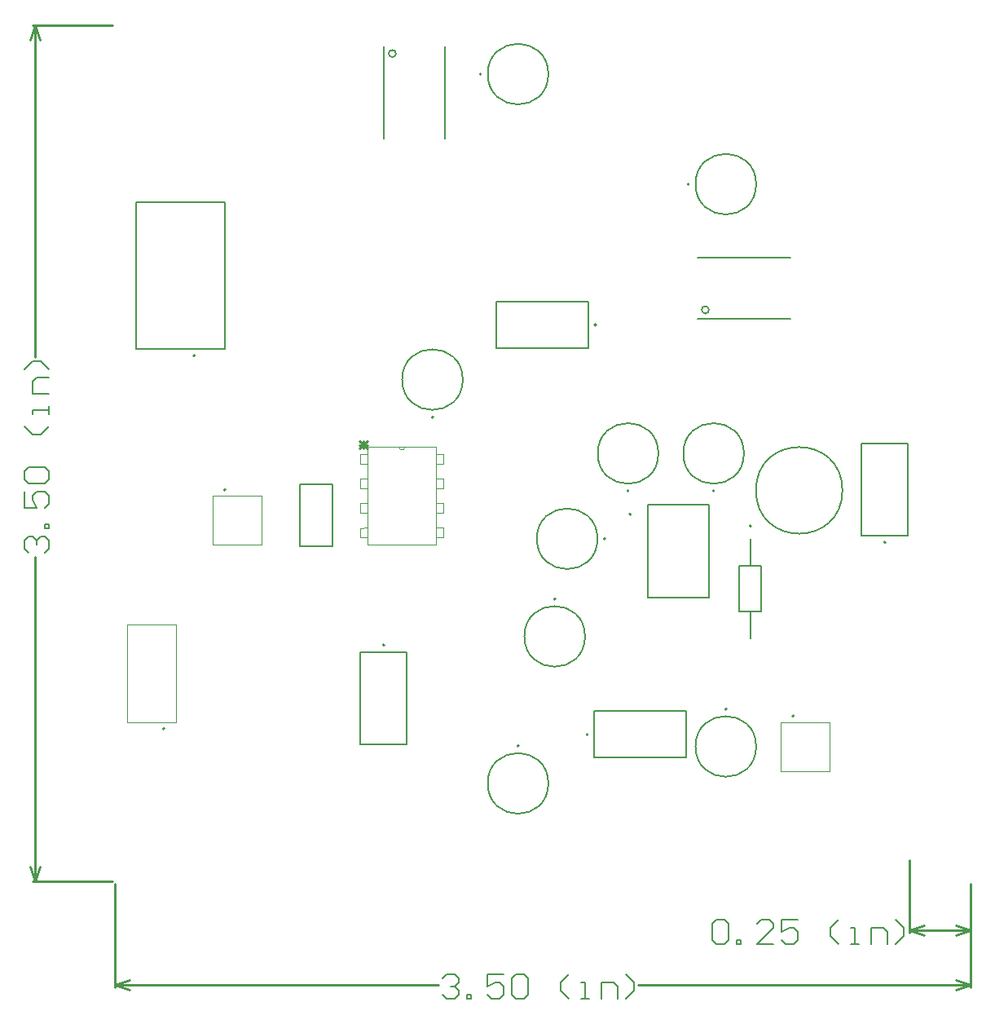
<source format=gbr>
G04 Layer_Color=16711935*
%FSLAX23Y23*%
%MOIN*%
%TF.FileFunction,Other,Mechanical_13*%
%TF.Part,Single*%
G01*
G75*
%TA.AperFunction,NonConductor*%
%ADD58C,0.005*%
%ADD59C,0.008*%
%ADD60C,0.006*%
%ADD62C,0.010*%
%ADD63C,0.000*%
%ADD64C,0.004*%
D58*
X3624Y3850D02*
G03*
X3624Y3850I-124J0D01*
G01*
Y1551D02*
G03*
X3624Y1551I-124J0D01*
G01*
X2774Y1400D02*
G03*
X2774Y1400I-124J0D01*
G01*
X2151Y4384D02*
G03*
X2151Y4384I-15J0D01*
G01*
X2774Y4300D02*
G03*
X2774Y4300I-124J0D01*
G01*
X2424Y3051D02*
G03*
X2424Y3051I-124J0D01*
G01*
X3431Y3336D02*
G03*
X3431Y3336I-15J0D01*
G01*
X2975Y2400D02*
G03*
X2975Y2400I-124J0D01*
G01*
X3224Y2749D02*
G03*
X3224Y2749I-124J0D01*
G01*
X3574D02*
G03*
X3574Y2749I-124J0D01*
G01*
X2924Y2001D02*
G03*
X2924Y2001I-124J0D01*
G01*
X3977Y2598D02*
G03*
X3977Y2598I-177J0D01*
G01*
X4055Y2414D02*
Y2789D01*
X4245D01*
Y2414D02*
Y2789D01*
X4055Y2414D02*
X4245D01*
X2562Y3180D02*
X2938D01*
X2562D02*
Y3370D01*
X2938D01*
Y3180D02*
Y3370D01*
X2962Y1695D02*
X3338D01*
Y1505D02*
Y1695D01*
X2962Y1505D02*
X3338D01*
X2962D02*
Y1695D01*
X2100Y4036D02*
Y4414D01*
X2350Y4036D02*
Y4414D01*
X3386Y3550D02*
X3764D01*
X3386Y3300D02*
X3764D01*
X1758Y2624D02*
X1892D01*
X1758Y2368D02*
X1892D01*
Y2624D01*
X1758Y2368D02*
Y2624D01*
X1087Y3775D02*
X1450D01*
X1087Y3175D02*
Y3775D01*
Y3175D02*
X1450D01*
Y3775D01*
X1087D02*
X1450D01*
X1087Y3175D02*
Y3775D01*
Y3175D02*
X1450D01*
X2195Y1561D02*
Y1936D01*
X2005Y1561D02*
X2195D01*
X2005D02*
Y1936D01*
X2195D01*
X3431Y2161D02*
Y2539D01*
X3181Y2161D02*
Y2539D01*
Y2161D02*
X3431D01*
X3181Y2539D02*
X3431D01*
X3600Y1992D02*
Y2104D01*
Y2289D02*
Y2400D01*
X3646Y2104D02*
Y2289D01*
X3600Y2104D02*
X3646D01*
X3554D02*
X3600D01*
X3554D02*
Y2289D01*
X3600D01*
X3646D01*
D59*
X3350Y3850D02*
G03*
X3350Y3850I-4J0D01*
G01*
X3504Y1704D02*
G03*
X3504Y1704I-4J0D01*
G01*
X2654Y1554D02*
G03*
X2654Y1554I-4J0D01*
G01*
X4154Y2385D02*
G03*
X4154Y2385I-4J0D01*
G01*
X3779Y1676D02*
G03*
X3779Y1676I-4J0D01*
G01*
X2970Y3275D02*
G03*
X2970Y3275I-4J0D01*
G01*
X2937Y1600D02*
G03*
X2937Y1600I-4J0D01*
G01*
X2500Y4300D02*
G03*
X2500Y4300I-4J0D01*
G01*
X2304Y2897D02*
G03*
X2304Y2897I-4J0D01*
G01*
X1454Y2601D02*
G03*
X1454Y2601I-4J0D01*
G01*
X1204Y1624D02*
G03*
X1204Y1624I-4J0D01*
G01*
X1329Y3149D02*
G03*
X1329Y3149I-4J0D01*
G01*
X2104Y1965D02*
G03*
X2104Y1965I-4J0D01*
G01*
X3008Y2400D02*
G03*
X3008Y2400I-4J0D01*
G01*
X3104Y2596D02*
G03*
X3104Y2596I-4J0D01*
G01*
X3454D02*
G03*
X3454Y2596I-4J0D01*
G01*
X2804Y2154D02*
G03*
X2804Y2154I-4J0D01*
G01*
X3112Y2500D02*
G03*
X3112Y2500I-4J0D01*
G01*
X3604Y2452D02*
G03*
X3604Y2452I-4J0D01*
G01*
D60*
X648Y2342D02*
X631Y2359D01*
Y2392D01*
X648Y2409D01*
X664D01*
X681Y2392D01*
Y2376D01*
Y2392D01*
X698Y2409D01*
X714D01*
X731Y2392D01*
Y2359D01*
X714Y2342D01*
X731Y2442D02*
X714D01*
Y2459D01*
X731D01*
Y2442D01*
X631Y2592D02*
Y2526D01*
X681D01*
X664Y2559D01*
Y2576D01*
X681Y2592D01*
X714D01*
X731Y2576D01*
Y2542D01*
X714Y2526D01*
X648Y2626D02*
X631Y2642D01*
Y2676D01*
X648Y2692D01*
X714D01*
X731Y2676D01*
Y2642D01*
X714Y2626D01*
X648D01*
X731Y2859D02*
X698Y2826D01*
X664D01*
X631Y2859D01*
X731Y2909D02*
Y2942D01*
Y2926D01*
X664D01*
Y2909D01*
X731Y2992D02*
X664D01*
Y3042D01*
X681Y3059D01*
X731D01*
Y3092D02*
X698Y3126D01*
X664D01*
X631Y3092D01*
X2342Y602D02*
X2359Y619D01*
X2392D01*
X2409Y602D01*
Y586D01*
X2392Y569D01*
X2376D01*
X2392D01*
X2409Y552D01*
Y536D01*
X2392Y519D01*
X2359D01*
X2342Y536D01*
X2442Y519D02*
Y536D01*
X2459D01*
Y519D01*
X2442D01*
X2592Y619D02*
X2526D01*
Y569D01*
X2559Y586D01*
X2576D01*
X2592Y569D01*
Y536D01*
X2576Y519D01*
X2542D01*
X2526Y536D01*
X2626Y602D02*
X2642Y619D01*
X2676D01*
X2692Y602D01*
Y536D01*
X2676Y519D01*
X2642D01*
X2626Y536D01*
Y602D01*
X2859Y519D02*
X2826Y552D01*
Y586D01*
X2859Y619D01*
X2909Y519D02*
X2942D01*
X2926D01*
Y586D01*
X2909D01*
X2992Y519D02*
Y586D01*
X3042D01*
X3059Y569D01*
Y519D01*
X3092D02*
X3126Y552D01*
Y586D01*
X3092Y619D01*
X3445Y827D02*
X3462Y844D01*
X3495D01*
X3512Y827D01*
Y761D01*
X3495Y744D01*
X3462D01*
X3445Y761D01*
Y827D01*
X3545Y744D02*
Y761D01*
X3562D01*
Y744D01*
X3545D01*
X3695D02*
X3628D01*
X3695Y811D01*
Y827D01*
X3678Y844D01*
X3645D01*
X3628Y827D01*
X3795Y844D02*
X3728D01*
Y794D01*
X3761Y811D01*
X3778D01*
X3795Y794D01*
Y761D01*
X3778Y744D01*
X3745D01*
X3728Y761D01*
X3961Y744D02*
X3928Y777D01*
Y811D01*
X3961Y844D01*
X4011Y744D02*
X4045D01*
X4028D01*
Y811D01*
X4011D01*
X4095Y744D02*
Y811D01*
X4145D01*
X4161Y794D01*
Y744D01*
X4195D02*
X4228Y777D01*
Y811D01*
X4195Y844D01*
D62*
X665Y4500D02*
X990D01*
X665Y1000D02*
X990D01*
X675Y3142D02*
Y4500D01*
Y1000D02*
Y2326D01*
X655Y4440D02*
X675Y4500D01*
X695Y4440D01*
X675Y1000D02*
X695Y1060D01*
X655D02*
X675Y1000D01*
X4500Y565D02*
Y990D01*
X1000Y565D02*
Y990D01*
X3142Y575D02*
X4500D01*
X1000D02*
X2326D01*
X4440Y595D02*
X4500Y575D01*
X4440Y555D02*
X4500Y575D01*
X1000D02*
X1060Y555D01*
X1000Y575D02*
X1060Y595D01*
X4500Y790D02*
Y990D01*
X4250Y790D02*
Y1086D01*
X4375Y800D02*
X4500D01*
X4250D02*
X4375D01*
X4440Y820D02*
X4500Y800D01*
X4440Y780D02*
X4500Y800D01*
X4250D02*
X4310Y780D01*
X4250Y800D02*
X4310Y820D01*
X2002Y2801D02*
X2035Y2768D01*
X2002D02*
X2035Y2801D01*
X2002Y2784D02*
X2035D01*
X2018Y2768D02*
Y2801D01*
D63*
X2163Y2775D02*
G03*
X2187Y2775I12J0D01*
G01*
X2035Y2375D02*
Y2775D01*
X2163D01*
X2187D01*
X2315D01*
Y2375D02*
Y2775D01*
X2035Y2375D02*
X2315D01*
Y2745D02*
X2344D01*
Y2705D02*
Y2745D01*
X2315Y2705D02*
X2344D01*
X2315D02*
Y2745D01*
Y2645D02*
X2344D01*
Y2605D02*
Y2645D01*
X2315Y2605D02*
X2344D01*
X2315D02*
Y2645D01*
Y2545D02*
X2344D01*
Y2506D02*
Y2545D01*
X2315Y2505D02*
X2344Y2506D01*
X2315Y2505D02*
Y2545D01*
Y2445D02*
X2344D01*
Y2406D02*
Y2445D01*
X2315Y2405D02*
X2344Y2406D01*
X2315Y2405D02*
Y2445D01*
X2006Y2405D02*
X2035D01*
X2006D02*
Y2444D01*
X2035Y2445D01*
Y2405D02*
Y2445D01*
X2006Y2505D02*
X2035D01*
X2006D02*
Y2545D01*
X2035D01*
Y2505D02*
Y2545D01*
X2006Y2605D02*
X2035D01*
X2006D02*
Y2645D01*
X2035D01*
Y2605D02*
Y2645D01*
X2006Y2705D02*
X2035D01*
X2006D02*
Y2745D01*
X2035D01*
Y2705D02*
Y2745D01*
D64*
X3725Y1450D02*
Y1650D01*
Y1450D02*
X3925D01*
Y1650D01*
X3725D02*
X3925D01*
X1400Y2375D02*
Y2575D01*
Y2375D02*
X1600D01*
Y2575D01*
X1400D02*
X1600D01*
X1250Y1650D02*
Y2050D01*
X1050D02*
X1250D01*
X1050Y1650D02*
Y2050D01*
Y1650D02*
X1250D01*
%TF.MD5,cc321e85c9f643298f4bcc5ea4653087*%
M02*

</source>
